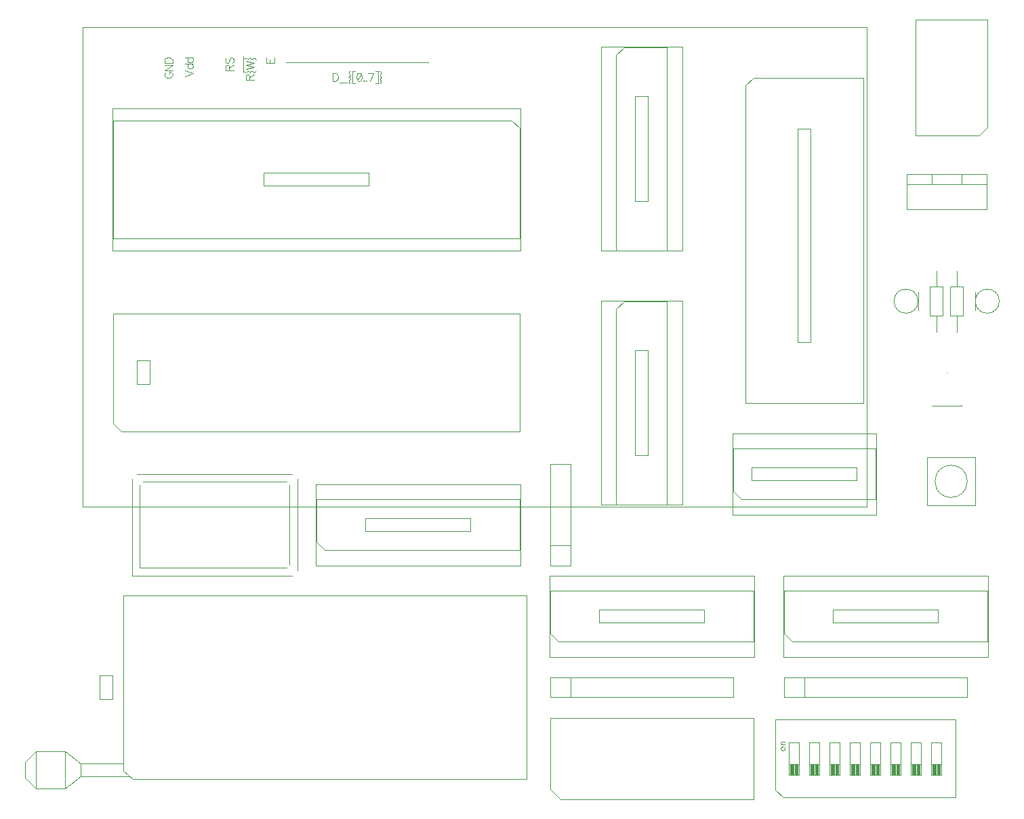
<source format=gbr>
%TF.GenerationSoftware,Novarm,DipTrace,4.3.0.4*%
%TF.CreationDate,2023-09-26T18:22:52+01:00*%
%FSLAX26Y26*%
%MOIN*%
%TF.FileFunction,Drawing,Top*%
%TF.Part,Single*%
%ADD10C,0.004724*%
%ADD17C,0.003937*%
G75*
G01*
%LPD*%
X4806693Y2847787D2*
D17*
Y2939614D1*
X4806715Y2939585D1*
X4688583Y2893701D2*
G02X4688583Y2893701I59055J0D01*
G01*
X3247638Y2896063D2*
Y1891339D1*
X3647638D1*
X3322638Y2854331D2*
X3362008Y2893701D1*
X3322638Y1893701D2*
Y2854331D1*
X3362008Y2893701D2*
X3572638D1*
Y1893701D1*
X3322638D1*
X3647638Y2896063D2*
X3247638D1*
X3647638Y1891339D2*
Y2896063D1*
X1587795Y3525197D2*
Y3462205D1*
X2105906D1*
Y3525197D2*
X1587795D1*
X2105906Y3462205D2*
Y3525197D1*
X4146850Y1042913D2*
Y944488D1*
X5048425D1*
X4247638Y1042913D2*
Y944488D1*
X5048425Y1042913D2*
X4146850D1*
X5048425Y944488D2*
Y1042913D1*
X4387795Y1375197D2*
Y1312205D1*
X4905906D1*
Y1375197D2*
X4387795D1*
X4905906Y1312205D2*
Y1375197D1*
X887008Y2253740D2*
X847638Y2293110D1*
X2847638Y2253740D2*
X887008D1*
X847638Y2293110D2*
Y2833661D1*
X2847638D1*
Y2253740D1*
X3479134Y2653543D2*
X3416142D1*
Y2135433D1*
X3479134D2*
Y2653543D1*
X3416142Y2135433D2*
X3479134D1*
X2087795Y1825197D2*
Y1762205D1*
X2605906D1*
Y1825197D2*
X2087795D1*
X2605906Y1762205D2*
Y1825197D1*
X4145276Y1143701D2*
X5150000D1*
Y1543701D1*
X4187008Y1218701D2*
X4147638Y1258071D1*
X5147638Y1218701D2*
X4187008D1*
X4147638Y1258071D2*
Y1468701D1*
X5147638D1*
Y1218701D1*
X4145276Y1543701D2*
Y1143701D1*
X5150000Y1543701D2*
X4145276D1*
X1029134Y2603543D2*
X966142D1*
Y2485433D1*
X1029134D2*
Y2603543D1*
X966142Y2485433D2*
X1029134D1*
X468504Y496850D2*
X610236D1*
X468504D2*
X413386Y548031D1*
X610236Y496850D2*
X688976Y555906D1*
X610236Y496850D2*
Y677953D1*
X943307Y542913D2*
X897638Y581496D1*
X2881890Y542913D2*
X943307D1*
X413386Y548031D2*
Y626772D1*
X688976Y555906D2*
Y618898D1*
X929528Y555906D2*
X688976D1*
X897638Y581496D2*
Y1444488D1*
X688976Y618898D2*
X897638D1*
X413386Y626772D2*
X468504Y677953D1*
Y496850D1*
X610236Y677953D2*
X688976Y618898D1*
X610236Y677953D2*
X468504D1*
X897638Y1444488D2*
X2881890D1*
Y542913D1*
X4279134Y3743701D2*
X4216142D1*
Y2693701D1*
X4279134D2*
Y3743701D1*
X4216142Y2693701D2*
X4279134D1*
X5088583Y2939614D2*
Y2847787D1*
X5088560Y2847816D1*
X5088583Y2893701D2*
G02X5088583Y2893701I59055J0D01*
G01*
X3479134Y3903543D2*
X3416142D1*
Y3385433D1*
X3479134D2*
Y3903543D1*
X3416142Y3385433D2*
X3479134D1*
X2996850Y1042913D2*
Y944488D1*
X3898425D1*
X3097638Y1042913D2*
Y944488D1*
X3898425Y1042913D2*
X2996850D1*
X3898425Y944488D2*
Y1042913D1*
X5148425Y3747638D2*
X5109055Y3708268D1*
X5148425Y4279134D2*
Y3747638D1*
X4794094Y3708268D2*
X5109055D1*
X4794094D2*
Y4279134D1*
X5148425D1*
X2995276Y1143701D2*
X4000000D1*
Y1543701D1*
X3037008Y1218701D2*
X2997638Y1258071D1*
X3997638Y1218701D2*
X3037008D1*
X2997638Y1258071D2*
Y1468701D1*
X3997638D1*
Y1218701D1*
X2995276Y1543701D2*
Y1143701D1*
X4000000Y1543701D2*
X2995276D1*
X2998425Y1592126D2*
X3096850D1*
Y2093701D1*
X2998425Y1692913D2*
X3096850D1*
X2998425Y2093701D2*
Y1592126D1*
X3096850Y2093701D2*
X2998425D1*
X4997638Y2743701D2*
Y2822835D1*
X4966142D2*
X5029134D1*
Y2964567D1*
X4966142D2*
Y2822835D1*
X5029134Y2964567D2*
X4966142D1*
X4997638Y3043701D2*
Y2964567D1*
X940157Y1543701D2*
Y2018110D1*
Y1543701D2*
X1729528D1*
X965748Y2043701D2*
X1729528D1*
X979528Y1583071D2*
Y1990551D1*
Y1583071D2*
X1701969D1*
X993307Y2004331D2*
X1701969D1*
X1715748Y1596850D2*
Y1990551D1*
X1755118Y2018110D2*
Y1569291D1*
X965748Y2043701D2*
G02X965748Y2043701I0J0D01*
G01*
X993307Y2004331D2*
G02X993307Y2004331I0J0D01*
G01*
X1715748Y1990551D2*
G02X1715748Y1990551I0J0D01*
G01*
X1701969Y1583071D2*
G02X1701969Y1583071I0J0D01*
G01*
X1755118Y2018110D2*
G02X1755118Y2018110I0J0D01*
G01*
X1729528Y1543701D2*
G02X1729528Y1543701I0J0D01*
G01*
X3957677Y3954331D2*
X3997047Y3993701D1*
X3957677Y2393701D2*
Y3954331D1*
X3997047Y3993701D2*
X4537598D1*
Y2393701D1*
X3957677D1*
X4144094Y451181D2*
X4104724Y490551D1*
X4990551Y451181D2*
X4144094D1*
X4104724Y490551D2*
Y836220D1*
X4172638Y563780D2*
X4222638D1*
X4176575D2*
Y617060D1*
X4180512Y563780D2*
Y617060D1*
X4184449Y563780D2*
Y617060D1*
X4188386Y563780D2*
Y617060D1*
X4192323Y563780D2*
Y617060D1*
X4196260Y563780D2*
Y617060D1*
X4200197Y563780D2*
Y617060D1*
X4204134Y563780D2*
Y617060D1*
X4208071Y563780D2*
Y617060D1*
X4212008Y563780D2*
Y617060D1*
X4215945Y563780D2*
Y617060D1*
X4219882Y563780D2*
Y617060D1*
X4222638Y563780D2*
Y723622D1*
X4272638Y563780D2*
X4322638D1*
X4276575D2*
Y617060D1*
X4280512Y563780D2*
Y617060D1*
X4284449Y563780D2*
Y617060D1*
X4288386Y563780D2*
Y617060D1*
X4292323Y563780D2*
Y617060D1*
X4296260Y563780D2*
Y617060D1*
X4300197Y563780D2*
Y617060D1*
X4304134Y563780D2*
Y617060D1*
X4308071Y563780D2*
Y617060D1*
X4312008Y563780D2*
Y617060D1*
X4315945Y563780D2*
Y617060D1*
X4319882Y563780D2*
Y617060D1*
X4322638Y563780D2*
Y723622D1*
X4372638Y563780D2*
X4422638D1*
X4376575D2*
Y617060D1*
X4380512Y563780D2*
Y617060D1*
X4384449Y563780D2*
Y617060D1*
X4388386Y563780D2*
Y617060D1*
X4392323Y563780D2*
Y617060D1*
X4396260Y563780D2*
Y617060D1*
X4400197Y563780D2*
Y617060D1*
X4404134Y563780D2*
Y617060D1*
X4408071Y563780D2*
Y617060D1*
X4412008Y563780D2*
Y617060D1*
X4415945Y563780D2*
Y617060D1*
X4419882Y563780D2*
Y617060D1*
X4422638Y563780D2*
Y723622D1*
X4472638Y563780D2*
X4522638D1*
X4476575D2*
Y617060D1*
X4480512Y563780D2*
Y617060D1*
X4484449Y563780D2*
Y617060D1*
X4488386Y563780D2*
Y617060D1*
X4492323Y563780D2*
Y617060D1*
X4496260Y563780D2*
Y617060D1*
X4500197Y563780D2*
Y617060D1*
X4504134Y563780D2*
Y617060D1*
X4508071Y563780D2*
Y617060D1*
X4512008Y563780D2*
Y617060D1*
X4515945Y563780D2*
Y617060D1*
X4519882Y563780D2*
Y617060D1*
X4522638Y563780D2*
Y723622D1*
X4572638Y563780D2*
X4622638D1*
X4576575D2*
Y617060D1*
X4580512Y563780D2*
Y617060D1*
X4584449Y563780D2*
Y617060D1*
X4588386Y563780D2*
Y617060D1*
X4592323Y563780D2*
Y617060D1*
X4596260Y563780D2*
Y617060D1*
X4600197Y563780D2*
Y617060D1*
X4604134Y563780D2*
Y617060D1*
X4608071Y563780D2*
Y617060D1*
X4612008Y563780D2*
Y617060D1*
X4615945Y563780D2*
Y617060D1*
X4619882Y563780D2*
Y617060D1*
X4622638Y563780D2*
Y723622D1*
X4672638Y563780D2*
X4722638D1*
X4676575D2*
Y617060D1*
X4680512Y563780D2*
Y617060D1*
X4684449Y563780D2*
Y617060D1*
X4688386Y563780D2*
Y617060D1*
X4692323Y563780D2*
Y617060D1*
X4696260Y563780D2*
Y617060D1*
X4700197Y563780D2*
Y617060D1*
X4704134Y563780D2*
Y617060D1*
X4708071Y563780D2*
Y617060D1*
X4712008Y563780D2*
Y617060D1*
X4715945Y563780D2*
Y617060D1*
X4719882Y563780D2*
Y617060D1*
X4722638Y563780D2*
Y723622D1*
X4772638Y563780D2*
X4822638D1*
X4776575D2*
Y617060D1*
X4780512Y563780D2*
Y617060D1*
X4784449Y563780D2*
Y617060D1*
X4788386Y563780D2*
Y617060D1*
X4792323Y563780D2*
Y617060D1*
X4796260Y563780D2*
Y617060D1*
X4800197Y563780D2*
Y617060D1*
X4804134Y563780D2*
Y617060D1*
X4808071Y563780D2*
Y617060D1*
X4812008Y563780D2*
Y617060D1*
X4815945Y563780D2*
Y617060D1*
X4819882Y563780D2*
Y617060D1*
X4822638Y563780D2*
Y723622D1*
X4872638Y563780D2*
X4922638D1*
X4876575D2*
Y617060D1*
X4880512Y563780D2*
Y617060D1*
X4884449Y563780D2*
Y617060D1*
X4888386Y563780D2*
Y617060D1*
X4892323Y563780D2*
Y617060D1*
X4896260Y563780D2*
Y617060D1*
X4900197Y563780D2*
Y617060D1*
X4904134Y563780D2*
Y617060D1*
X4908071Y563780D2*
Y617060D1*
X4912008Y563780D2*
Y617060D1*
X4915945Y563780D2*
Y617060D1*
X4919882Y563780D2*
Y617060D1*
X4922638Y563780D2*
Y723622D1*
X4172638Y617060D2*
X4222638D1*
X4272638D2*
X4322638D1*
X4372638D2*
X4422638D1*
X4472638D2*
X4522638D1*
X4572638D2*
X4622638D1*
X4672638D2*
X4722638D1*
X4772638D2*
X4822638D1*
X4872638D2*
X4922638D1*
X4172638Y723622D2*
Y563780D1*
X4222638Y723622D2*
X4172638D1*
X4272638D2*
Y563780D1*
X4322638Y723622D2*
X4272638D1*
X4372638D2*
Y563780D1*
X4422638Y723622D2*
X4372638D1*
X4472638D2*
Y563780D1*
X4522638Y723622D2*
X4472638D1*
X4572638D2*
Y563780D1*
X4622638Y723622D2*
X4572638D1*
X4672638D2*
Y563780D1*
X4722638Y723622D2*
X4672638D1*
X4772638D2*
Y563780D1*
X4822638Y723622D2*
X4772638D1*
X4872638D2*
Y563780D1*
X4922638Y723622D2*
X4872638D1*
X4104724Y836220D2*
X4990551D1*
Y451181D1*
X3987795Y2075197D2*
Y2012205D1*
X4505906D1*
Y2075197D2*
X3987795D1*
X4505906Y2012205D2*
Y2075197D1*
X844882Y1053543D2*
X781890D1*
Y935433D1*
X844882D2*
Y1053543D1*
X781890Y935433D2*
X844882D1*
X1697638Y4068701D2*
X2397638D1*
X697638Y4243701D2*
Y1881496D1*
X4555906D1*
Y4243701D1*
X697638D1*
X2850000Y3843701D2*
X845276D1*
Y3143701D1*
X2808268Y3783661D2*
X2847638Y3744291D1*
X847638Y3783661D2*
X2808268D1*
X2847638Y3744291D2*
Y3203740D1*
X847638D1*
Y3783661D1*
X2850000Y3143701D2*
Y3843701D1*
X845276Y3143701D2*
X2850000D1*
X4873228Y2380709D2*
X5020866D1*
X4947638Y2541339D2*
G02X4947638Y2541339I0J0D01*
G01*
X5022484Y2381003D2*
G02X5022484Y2381003I0J0D01*
G01*
X3237795Y1375197D2*
Y1312205D1*
X3755906D1*
Y1375197D2*
X3237795D1*
X3755906Y1312205D2*
Y1375197D1*
X4897638Y2743701D2*
Y2822835D1*
X4866142D2*
X4929134D1*
Y2964567D1*
X4866142D2*
Y2822835D1*
X4929134Y2964567D2*
X4866142D1*
X4897638Y3043701D2*
Y2964567D1*
X3895276Y1843701D2*
X4600000D1*
Y2243701D1*
X3937008Y1918701D2*
X3897638Y1958071D1*
X4597638Y1918701D2*
X3937008D1*
X3897638Y1958071D2*
Y2168701D1*
X4597638D1*
Y1918701D1*
X3895276Y2243701D2*
Y1843701D1*
X4600000Y2243701D2*
X3895276D1*
X1845276Y1593701D2*
X2850000D1*
Y1993701D1*
X1887008Y1668701D2*
X1847638Y1708071D1*
X2847638Y1668701D2*
X1887008D1*
X1847638Y1708071D2*
Y1918701D1*
X2847638D1*
Y1668701D1*
X1845276Y1993701D2*
Y1593701D1*
X2850000Y1993701D2*
X1845276D1*
X3047638Y443701D2*
X3997638D1*
Y843701D1*
X2997638Y493701D2*
X3047638Y443701D1*
X2997638Y493701D2*
Y843701D1*
X3997638D1*
X3247638Y4146063D2*
Y3141339D1*
X3647638D1*
X3322638Y4104331D2*
X3362008Y4143701D1*
X3322638Y3143701D2*
Y4104331D1*
X3362008Y4143701D2*
X3572638D1*
Y3143701D1*
X3322638D1*
X3647638Y4146063D2*
X3247638D1*
X3647638Y3141339D2*
Y4146063D1*
X5087795Y1889173D2*
X4969685D1*
X5087795Y2125394D2*
Y1889173D1*
X4969685D2*
X4851575D1*
Y2125394D1*
X5087795D1*
X4890332Y2007283D2*
G02X4890332Y2007283I79353J0D01*
G01*
X4750787Y3517717D2*
Y3344488D1*
Y3467717D2*
X5144488D1*
X4750787Y3344488D2*
X5144488D1*
X4874803Y3517717D2*
Y3467717D1*
X5020472Y3517717D2*
Y3467717D1*
X5144488Y3517717D2*
X4750787D1*
X5144488Y3344488D2*
Y3517717D1*
X4131850Y690132D2*
D10*
X4133276Y687280D1*
X4136161Y684395D1*
X4140472Y682969D1*
X4143324D1*
X4147635Y684395D1*
X4150487Y687280D1*
X4151946Y690132D1*
Y694443D1*
X4150487Y697328D1*
X4147635Y700180D1*
X4143324Y701639D1*
X4140472D1*
X4136161Y700180D1*
X4133276Y697328D1*
X4131850Y694443D1*
Y690132D1*
Y711088D2*
X4151946D1*
X4137587D2*
X4133276Y715399D1*
X4131850Y718284D1*
Y722562D1*
X4133276Y725447D1*
X4137587Y726873D1*
X4151946D1*
X1109683Y4022395D2*
D17*
X1105880Y4020494D1*
X1102033Y4016647D1*
X1100132Y4012844D1*
Y4005195D1*
X1102033Y4001348D1*
X1105880Y3997546D1*
X1109683Y3995600D1*
X1115431Y3993699D1*
X1125025D1*
X1130729Y3995600D1*
X1134576Y3997546D1*
X1138379Y4001348D1*
X1140324Y4005195D1*
Y4012844D1*
X1138379Y4016647D1*
X1134576Y4020494D1*
X1130729Y4022395D1*
X1125025D1*
Y4012844D1*
X1100132Y4057064D2*
X1140324D1*
X1100132Y4030269D1*
X1140324D1*
X1100132Y4064938D2*
X1140324D1*
Y4078335D1*
X1138379Y4084083D1*
X1134576Y4087930D1*
X1130729Y4089831D1*
X1125025Y4091732D1*
X1115431D1*
X1109683Y4089831D1*
X1105880Y4087930D1*
X1102033Y4084083D1*
X1100132Y4078335D1*
Y4064938D1*
X1519277Y3983924D2*
Y4001124D1*
X1517332Y4006872D1*
X1515431Y4008817D1*
X1511628Y4010718D1*
X1507781D1*
X1503979Y4008817D1*
X1502033Y4006872D1*
X1500132Y4001124D1*
Y3983924D1*
X1540324D1*
X1519277Y3997321D2*
X1540324Y4010718D1*
X1489653Y4028143D2*
X1491554Y4024340D1*
X1493455Y4022395D1*
X1497302Y4020494D1*
X1501149D1*
X1504952Y4022395D1*
X1506853Y4024340D1*
X1510700Y4026242D1*
X1514502D1*
X1518349Y4022395D1*
X1520250Y4018592D1*
X1522151Y4022395D1*
X1525998Y4026242D1*
X1529801D1*
X1533647Y4024340D1*
X1535549Y4022395D1*
X1539396Y4020494D1*
X1543198D1*
X1547045Y4022395D1*
X1548946Y4024340D1*
X1550847Y4028143D1*
X1500132Y4036017D2*
X1540324Y4045612D1*
X1500132Y4055162D1*
X1540324Y4064713D1*
X1500132Y4074308D1*
X1489653Y4082182D2*
X1491554Y4086028D1*
X1493455Y4087930D1*
X1497302Y4089831D1*
X1501149D1*
X1504952Y4087930D1*
X1506853Y4086028D1*
X1510700Y4084083D1*
X1514502D1*
X1518349Y4087930D1*
X1520250Y4091732D1*
X1522151Y4087930D1*
X1525998Y4084083D1*
X1529801D1*
X1533647Y4086028D1*
X1535549Y4087930D1*
X1539396Y4089831D1*
X1543198D1*
X1547045Y4087930D1*
X1548946Y4086028D1*
X1550847Y4082182D1*
X1489653Y4018592D2*
Y4099606D1*
X1927045Y4016207D2*
Y3976015D1*
X1940443D1*
X1946191Y3977960D1*
X1950038Y3981763D1*
X1951939Y3985609D1*
X1953840Y3991313D1*
Y4000908D1*
X1951939Y4006656D1*
X1950038Y4010459D1*
X1946191Y4014305D1*
X1940443Y4016207D1*
X1927045D1*
X1961714Y3969382D2*
X1998059D1*
X2015484Y4026686D2*
X2011681Y4024784D1*
X2009736Y4022883D1*
X2007835Y4019036D1*
Y4015190D1*
X2009736Y4011387D1*
X2011681Y4009486D1*
X2013583Y4005639D1*
Y4001836D1*
X2009736Y3997990D1*
X2005933Y3996088D1*
X2009736Y3994187D1*
X2013583Y3990340D1*
Y3986538D1*
X2011681Y3982691D1*
X2009736Y3980790D1*
X2007835Y3976943D1*
Y3973141D1*
X2009736Y3969294D1*
X2011681Y3967392D1*
X2015484Y3965491D1*
X2036755Y4026686D2*
X2023358D1*
Y3965491D1*
X2036755D1*
X2056125Y4016162D2*
X2050377Y4014261D1*
X2046531Y4008513D1*
X2044629Y3998962D1*
Y3993214D1*
X2046531Y3983664D1*
X2050377Y3977916D1*
X2056125Y3976015D1*
X2059928D1*
X2065676Y3977916D1*
X2069478Y3983664D1*
X2071424Y3993214D1*
Y3998962D1*
X2069478Y4008513D1*
X2065676Y4014261D1*
X2059928Y4016162D1*
X2056125D1*
X2069478Y4008513D2*
X2046531Y3983664D1*
X2081199Y3979861D2*
X2079298Y3977916D1*
X2081199Y3976015D1*
X2083145Y3977916D1*
X2081199Y3979861D1*
X2092920D2*
X2091019Y3977916D1*
X2092920Y3976015D1*
X2094866Y3977916D1*
X2092920Y3979861D1*
X2110389Y3976015D2*
X2129534Y4016162D1*
X2102740D1*
X2137408Y4026686D2*
X2150806D1*
Y3965491D1*
X2137408D1*
X2158680Y4026686D2*
X2162526Y4024784D1*
X2164428Y4022883D1*
X2166329Y4019036D1*
Y4015190D1*
X2164428Y4011387D1*
X2162526Y4009486D1*
X2160581Y4005639D1*
Y4001836D1*
X2164428Y3997990D1*
X2168230Y3996088D1*
X2164428Y3994187D1*
X2160581Y3990340D1*
Y3986538D1*
X2162526Y3982691D1*
X2164428Y3980790D1*
X2166329Y3976943D1*
Y3973141D1*
X2164428Y3969294D1*
X2162526Y3967392D1*
X2158680Y3965491D1*
X1600132Y4091732D2*
Y4066883D1*
X1640324D1*
Y4091732D1*
X1619277Y4066883D2*
Y4082182D1*
X1419277Y4030269D2*
Y4047469D1*
X1417332Y4053217D1*
X1415431Y4055162D1*
X1411628Y4057064D1*
X1407781D1*
X1403979Y4055162D1*
X1402033Y4053217D1*
X1400132Y4047469D1*
Y4030269D1*
X1440324D1*
X1419277Y4043666D2*
X1440324Y4057064D1*
X1405880Y4091732D2*
X1402033Y4087930D1*
X1400132Y4082182D1*
Y4074532D1*
X1402033Y4068784D1*
X1405880Y4064938D1*
X1409683D1*
X1413529Y4066883D1*
X1415431Y4068784D1*
X1417332Y4072587D1*
X1421179Y4084083D1*
X1423080Y4087930D1*
X1425025Y4089831D1*
X1428828Y4091732D1*
X1434576D1*
X1438379Y4087930D1*
X1440324Y4082182D1*
Y4074532D1*
X1438379Y4068784D1*
X1434576Y4064938D1*
X1200132Y3999491D2*
X1240324Y4014790D1*
X1200132Y4030088D1*
Y4060910D2*
X1240324D1*
X1219277D2*
X1215431Y4057108D1*
X1213529Y4053261D1*
Y4047513D1*
X1215431Y4043710D1*
X1219277Y4039864D1*
X1225025Y4037962D1*
X1228828D1*
X1234576Y4039864D1*
X1238379Y4043710D1*
X1240324Y4047513D1*
Y4053261D1*
X1238379Y4057108D1*
X1234576Y4060910D1*
X1200132Y4091732D2*
X1240324D1*
X1219277D2*
X1215431Y4087930D1*
X1213529Y4084083D1*
Y4078335D1*
X1215431Y4074532D1*
X1219277Y4070686D1*
X1225025Y4068784D1*
X1228828D1*
X1234576Y4070686D1*
X1238379Y4074532D1*
X1240324Y4078335D1*
Y4084083D1*
X1238379Y4087930D1*
X1234576Y4091732D1*
M02*

</source>
